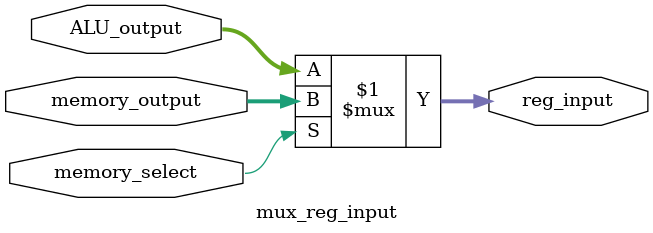
<source format=v>
module mux_reg_input(
    input wire [7:0] memory_output,
    input wire [7:0] ALU_output,
    input wire memory_select,
    output wire [7:0] reg_input
);

    assign reg_input = memory_select ? memory_output : ALU_output;

endmodule
</source>
